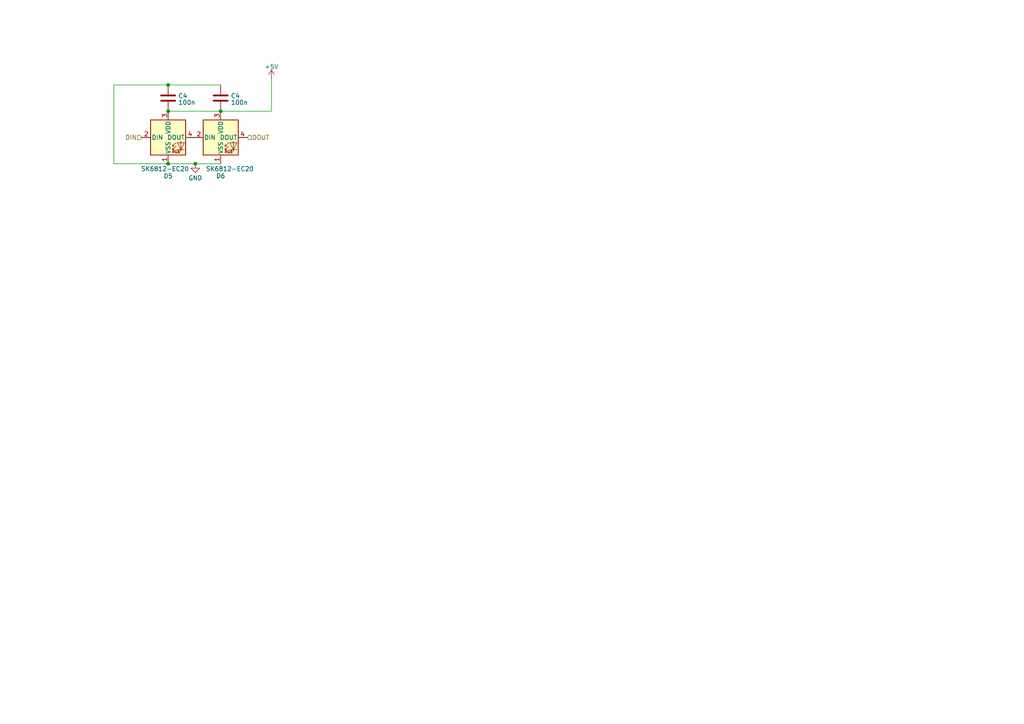
<source format=kicad_sch>
(kicad_sch (version 20230121) (generator eeschema)

  (uuid fc2cd1df-e36f-4807-ae4b-7d0c448890c9)

  (paper "A4")

  (lib_symbols
    (symbol "Device:C" (pin_numbers hide) (pin_names (offset 0.254)) (in_bom yes) (on_board yes)
      (property "Reference" "C" (at 0.635 2.54 0)
        (effects (font (size 1.27 1.27)) (justify left))
      )
      (property "Value" "C" (at 0.635 -2.54 0)
        (effects (font (size 1.27 1.27)) (justify left))
      )
      (property "Footprint" "" (at 0.9652 -3.81 0)
        (effects (font (size 1.27 1.27)) hide)
      )
      (property "Datasheet" "~" (at 0 0 0)
        (effects (font (size 1.27 1.27)) hide)
      )
      (property "ki_keywords" "cap capacitor" (at 0 0 0)
        (effects (font (size 1.27 1.27)) hide)
      )
      (property "ki_description" "Unpolarized capacitor" (at 0 0 0)
        (effects (font (size 1.27 1.27)) hide)
      )
      (property "ki_fp_filters" "C_*" (at 0 0 0)
        (effects (font (size 1.27 1.27)) hide)
      )
      (symbol "C_0_1"
        (polyline
          (pts
            (xy -2.032 -0.762)
            (xy 2.032 -0.762)
          )
          (stroke (width 0.508) (type default))
          (fill (type none))
        )
        (polyline
          (pts
            (xy -2.032 0.762)
            (xy 2.032 0.762)
          )
          (stroke (width 0.508) (type default))
          (fill (type none))
        )
      )
      (symbol "C_1_1"
        (pin passive line (at 0 3.81 270) (length 2.794)
          (name "~" (effects (font (size 1.27 1.27))))
          (number "1" (effects (font (size 1.27 1.27))))
        )
        (pin passive line (at 0 -3.81 90) (length 2.794)
          (name "~" (effects (font (size 1.27 1.27))))
          (number "2" (effects (font (size 1.27 1.27))))
        )
      )
    )
    (symbol "mapacr:SK6812-EC20" (pin_names (offset 0.254)) (in_bom yes) (on_board yes)
      (property "Reference" "D" (at 5.08 5.715 0)
        (effects (font (size 1.27 1.27)) (justify right bottom))
      )
      (property "Value" "SK6812-EC20" (at 1.27 -5.715 0)
        (effects (font (size 1.27 1.27)) (justify left top))
      )
      (property "Footprint" "mapacr:LED_SK6812-EC20" (at 1.27 -7.62 0)
        (effects (font (size 1.27 1.27)) (justify left top) hide)
      )
      (property "Datasheet" "https://datasheet.lcsc.com/lcsc/2110250930_OPSCO-Optoelectronics-SK6812-EC20_C2909058.pdf" (at 2.54 -9.525 0)
        (effects (font (size 1.27 1.27)) (justify left top) hide)
      )
      (property "JLCPCB_PART" "C2909058" (at 8.89 -12.7 0)
        (effects (font (size 1.27 1.27)))
      )
      (property "ki_keywords" "RGB LED NeoPixel addressable" (at 0 0 0)
        (effects (font (size 1.27 1.27)) hide)
      )
      (property "ki_description" "RGB LED with integrated controller" (at 0 0 0)
        (effects (font (size 1.27 1.27)) hide)
      )
      (property "ki_fp_filters" "LED*WS2812*PLCC*5.0x5.0mm*P3.2mm*" (at 0 0 0)
        (effects (font (size 1.27 1.27)) hide)
      )
      (symbol "SK6812-EC20_0_0"
        (text "RGB" (at 2.286 -4.191 0)
          (effects (font (size 0.762 0.762)))
        )
      )
      (symbol "SK6812-EC20_0_1"
        (rectangle (start -5.08 5.08) (end 5.08 -5.08)
          (stroke (width 0.254) (type default))
          (fill (type background))
        )
        (polyline
          (pts
            (xy 1.27 -3.556)
            (xy 1.778 -3.556)
          )
          (stroke (width 0) (type default))
          (fill (type none))
        )
        (polyline
          (pts
            (xy 1.27 -2.54)
            (xy 1.778 -2.54)
          )
          (stroke (width 0) (type default))
          (fill (type none))
        )
        (polyline
          (pts
            (xy 4.699 -3.556)
            (xy 2.667 -3.556)
          )
          (stroke (width 0) (type default))
          (fill (type none))
        )
        (polyline
          (pts
            (xy 2.286 -2.54)
            (xy 1.27 -3.556)
            (xy 1.27 -3.048)
          )
          (stroke (width 0) (type default))
          (fill (type none))
        )
        (polyline
          (pts
            (xy 2.286 -1.524)
            (xy 1.27 -2.54)
            (xy 1.27 -2.032)
          )
          (stroke (width 0) (type default))
          (fill (type none))
        )
        (polyline
          (pts
            (xy 3.683 -1.016)
            (xy 3.683 -3.556)
            (xy 3.683 -4.064)
          )
          (stroke (width 0) (type default))
          (fill (type none))
        )
        (polyline
          (pts
            (xy 4.699 -1.524)
            (xy 2.667 -1.524)
            (xy 3.683 -3.556)
            (xy 4.699 -1.524)
          )
          (stroke (width 0) (type default))
          (fill (type none))
        )
      )
      (symbol "SK6812-EC20_1_1"
        (pin power_in line (at 0 -7.62 90) (length 2.54)
          (name "VSS" (effects (font (size 1.27 1.27))))
          (number "1" (effects (font (size 1.27 1.27))))
        )
        (pin input line (at -7.62 0 0) (length 2.54)
          (name "DIN" (effects (font (size 1.27 1.27))))
          (number "2" (effects (font (size 1.27 1.27))))
        )
        (pin power_in line (at 0 7.62 270) (length 2.54)
          (name "VDD" (effects (font (size 1.27 1.27))))
          (number "3" (effects (font (size 1.27 1.27))))
        )
        (pin output line (at 7.62 0 180) (length 2.54)
          (name "DOUT" (effects (font (size 1.27 1.27))))
          (number "4" (effects (font (size 1.27 1.27))))
        )
      )
    )
    (symbol "power:+5V" (power) (pin_names (offset 0)) (in_bom yes) (on_board yes)
      (property "Reference" "#PWR" (at 0 -3.81 0)
        (effects (font (size 1.27 1.27)) hide)
      )
      (property "Value" "+5V" (at 0 3.556 0)
        (effects (font (size 1.27 1.27)))
      )
      (property "Footprint" "" (at 0 0 0)
        (effects (font (size 1.27 1.27)) hide)
      )
      (property "Datasheet" "" (at 0 0 0)
        (effects (font (size 1.27 1.27)) hide)
      )
      (property "ki_keywords" "global power" (at 0 0 0)
        (effects (font (size 1.27 1.27)) hide)
      )
      (property "ki_description" "Power symbol creates a global label with name \"+5V\"" (at 0 0 0)
        (effects (font (size 1.27 1.27)) hide)
      )
      (symbol "+5V_0_1"
        (polyline
          (pts
            (xy -0.762 1.27)
            (xy 0 2.54)
          )
          (stroke (width 0) (type default))
          (fill (type none))
        )
        (polyline
          (pts
            (xy 0 0)
            (xy 0 2.54)
          )
          (stroke (width 0) (type default))
          (fill (type none))
        )
        (polyline
          (pts
            (xy 0 2.54)
            (xy 0.762 1.27)
          )
          (stroke (width 0) (type default))
          (fill (type none))
        )
      )
      (symbol "+5V_1_1"
        (pin power_in line (at 0 0 90) (length 0) hide
          (name "+5V" (effects (font (size 1.27 1.27))))
          (number "1" (effects (font (size 1.27 1.27))))
        )
      )
    )
    (symbol "power:GND" (power) (pin_names (offset 0)) (in_bom yes) (on_board yes)
      (property "Reference" "#PWR" (at 0 -6.35 0)
        (effects (font (size 1.27 1.27)) hide)
      )
      (property "Value" "GND" (at 0 -3.81 0)
        (effects (font (size 1.27 1.27)))
      )
      (property "Footprint" "" (at 0 0 0)
        (effects (font (size 1.27 1.27)) hide)
      )
      (property "Datasheet" "" (at 0 0 0)
        (effects (font (size 1.27 1.27)) hide)
      )
      (property "ki_keywords" "global power" (at 0 0 0)
        (effects (font (size 1.27 1.27)) hide)
      )
      (property "ki_description" "Power symbol creates a global label with name \"GND\" , ground" (at 0 0 0)
        (effects (font (size 1.27 1.27)) hide)
      )
      (symbol "GND_0_1"
        (polyline
          (pts
            (xy 0 0)
            (xy 0 -1.27)
            (xy 1.27 -1.27)
            (xy 0 -2.54)
            (xy -1.27 -1.27)
            (xy 0 -1.27)
          )
          (stroke (width 0) (type default))
          (fill (type none))
        )
      )
      (symbol "GND_1_1"
        (pin power_in line (at 0 0 270) (length 0) hide
          (name "GND" (effects (font (size 1.27 1.27))))
          (number "1" (effects (font (size 1.27 1.27))))
        )
      )
    )
  )

  (junction (at 48.768 32.258) (diameter 0) (color 0 0 0 0)
    (uuid 0e0d0f87-1147-4077-801d-8d0a8950de0c)
  )
  (junction (at 64.008 32.258) (diameter 0) (color 0 0 0 0)
    (uuid 2a565454-1ab7-4c8d-aa17-2ea395b9b6f8)
  )
  (junction (at 48.768 24.638) (diameter 0) (color 0 0 0 0)
    (uuid 89d24908-4a28-4b95-9c52-cd148475524a)
  )
  (junction (at 48.768 47.498) (diameter 0) (color 0 0 0 0)
    (uuid 9edcb6c8-308f-427d-a93c-bff447b38ec9)
  )
  (junction (at 56.642 47.498) (diameter 0) (color 0 0 0 0)
    (uuid e9f3b0f5-9867-40c8-b979-1d8e01b13a19)
  )

  (wire (pts (xy 48.768 32.258) (xy 64.008 32.258))
    (stroke (width 0) (type default))
    (uuid 00781681-e762-4b1d-9303-96aaa376aaa9)
  )
  (wire (pts (xy 48.768 47.498) (xy 56.642 47.498))
    (stroke (width 0) (type default))
    (uuid 0736b016-7e3c-43df-8527-24592d8576e9)
  )
  (wire (pts (xy 33.02 47.498) (xy 48.768 47.498))
    (stroke (width 0) (type default))
    (uuid 2b650af5-724e-4d99-b47b-ba12f9c4897f)
  )
  (wire (pts (xy 78.74 32.258) (xy 64.008 32.258))
    (stroke (width 0) (type default))
    (uuid 88ed05fe-cd91-4fea-9fab-22239fa3e47c)
  )
  (wire (pts (xy 33.02 24.638) (xy 33.02 47.498))
    (stroke (width 0) (type default))
    (uuid 9d4fbc08-d6de-489a-a43b-8e9cb0b7d4fc)
  )
  (wire (pts (xy 56.642 47.498) (xy 64.008 47.498))
    (stroke (width 0) (type default))
    (uuid b8205a7d-3d71-4555-b69a-1f2f16937597)
  )
  (wire (pts (xy 78.74 22.86) (xy 78.74 32.258))
    (stroke (width 0) (type default))
    (uuid b8bf9b44-54d6-48bb-989e-1ea711ce3baa)
  )
  (wire (pts (xy 33.02 24.638) (xy 48.768 24.638))
    (stroke (width 0) (type default))
    (uuid e3c02558-01ca-4c20-af35-6af5f7f6967f)
  )
  (wire (pts (xy 64.008 24.638) (xy 48.768 24.638))
    (stroke (width 0) (type default))
    (uuid f1d57b2b-a6a7-464a-b3eb-280b1efecaf3)
  )

  (hierarchical_label "DOUT" (shape input) (at 71.628 39.878 0) (fields_autoplaced)
    (effects (font (size 1.27 1.27)) (justify left))
    (uuid 22389b86-f216-4bc1-9608-2fdddde354ac)
  )
  (hierarchical_label "DIN" (shape input) (at 41.148 39.878 180) (fields_autoplaced)
    (effects (font (size 1.27 1.27)) (justify right))
    (uuid b13fc63f-bbd5-4d11-8912-cfa7ca07ae73)
  )

  (symbol (lib_id "Device:C") (at 64.008 28.448 0) (unit 1)
    (in_bom yes) (on_board yes) (dnp no) (fields_autoplaced)
    (uuid 084882d0-3530-4e6a-84e1-5b460691e668)
    (property "Reference" "C4" (at 66.929 27.8043 0)
      (effects (font (size 1.27 1.27)) (justify left))
    )
    (property "Value" "100n" (at 66.929 29.7253 0)
      (effects (font (size 1.27 1.27)) (justify left))
    )
    (property "Footprint" "Capacitor_SMD:C_0603_1608Metric" (at 64.9732 32.258 0)
      (effects (font (size 1.27 1.27)) hide)
    )
    (property "Datasheet" "~" (at 64.008 28.448 0)
      (effects (font (size 1.27 1.27)) hide)
    )
    (property "JLCPCB_PART" "C14663" (at 64.008 28.448 0)
      (effects (font (size 1.27 1.27)) hide)
    )
    (pin "1" (uuid e9265f18-5947-4129-8ff5-2e6268550a32))
    (pin "2" (uuid 5c49d6d3-94ba-4e4a-8854-ba55c2950e33))
    (instances
      (project "mapacr_budget"
        (path "/71b974b8-1ba1-4062-b002-6a1a7fefb29b"
          (reference "C4") (unit 1)
        )
        (path "/71b974b8-1ba1-4062-b002-6a1a7fefb29b/f52dec1b-c982-41db-b30e-ceff01a37811"
          (reference "C41") (unit 1)
        )
        (path "/71b974b8-1ba1-4062-b002-6a1a7fefb29b/402cd8cc-f516-424c-85a0-522f37d43c49"
          (reference "C42") (unit 1)
        )
        (path "/71b974b8-1ba1-4062-b002-6a1a7fefb29b/406a379a-0026-4462-a438-13893326d56e"
          (reference "C43") (unit 1)
        )
        (path "/71b974b8-1ba1-4062-b002-6a1a7fefb29b/61e8544f-1984-44ab-b3c9-02e9f2cb8537"
          (reference "C44") (unit 1)
        )
        (path "/71b974b8-1ba1-4062-b002-6a1a7fefb29b/45742699-6e65-4de0-9a9f-deffae99a3e2"
          (reference "C45") (unit 1)
        )
        (path "/71b974b8-1ba1-4062-b002-6a1a7fefb29b/fd207ae8-3562-48d7-a269-49069aa87ee2"
          (reference "C46") (unit 1)
        )
        (path "/71b974b8-1ba1-4062-b002-6a1a7fefb29b/efb310ba-6218-4192-a0b7-3542a75ac5f7"
          (reference "C47") (unit 1)
        )
        (path "/71b974b8-1ba1-4062-b002-6a1a7fefb29b/9ae854d1-0d72-426c-85fa-670aa3eaa4e9"
          (reference "C48") (unit 1)
        )
        (path "/71b974b8-1ba1-4062-b002-6a1a7fefb29b/4d9fab85-4e20-4961-b776-60f98c0c1888"
          (reference "C49") (unit 1)
        )
        (path "/71b974b8-1ba1-4062-b002-6a1a7fefb29b/78103047-5bab-49fc-ab7a-b39956314c55"
          (reference "C50") (unit 1)
        )
        (path "/71b974b8-1ba1-4062-b002-6a1a7fefb29b/a38402cb-9eb1-4ce2-b590-8b6430ce29c2"
          (reference "C54") (unit 1)
        )
        (path "/71b974b8-1ba1-4062-b002-6a1a7fefb29b/2e8695bb-4c34-48a9-84ee-ec0f63d398a7"
          (reference "C58") (unit 1)
        )
        (path "/71b974b8-1ba1-4062-b002-6a1a7fefb29b/bd1a698d-6dcf-46f3-96f5-78f3abe20996"
          (reference "C62") (unit 1)
        )
        (path "/71b974b8-1ba1-4062-b002-6a1a7fefb29b/d92e38d4-b839-483c-918e-0c1e5ec556a2"
          (reference "C66") (unit 1)
        )
        (path "/71b974b8-1ba1-4062-b002-6a1a7fefb29b/9ac13b8b-e4d7-40cd-ad8c-81a27565fc73"
          (reference "C70") (unit 1)
        )
        (path "/71b974b8-1ba1-4062-b002-6a1a7fefb29b/afec423d-9fa0-4543-93cb-c92967a72181"
          (reference "C74") (unit 1)
        )
        (path "/71b974b8-1ba1-4062-b002-6a1a7fefb29b/c59d52a5-9cf2-4713-b9fb-c22002698fe6"
          (reference "C78") (unit 1)
        )
        (path "/71b974b8-1ba1-4062-b002-6a1a7fefb29b/e6de5ed8-47b0-4eea-80cc-ec626dc5d314"
          (reference "C82") (unit 1)
        )
      )
      (project "mapacr_controller"
        (path "/c2c1ed0a-c892-43f8-b0d8-e01dd6d47873"
          (reference "C4") (unit 1)
        )
      )
    )
  )

  (symbol (lib_id "Device:C") (at 48.768 28.448 0) (unit 1)
    (in_bom yes) (on_board yes) (dnp no) (fields_autoplaced)
    (uuid 43ae5bb5-fb78-45da-aec3-b48be7c689ed)
    (property "Reference" "C4" (at 51.689 27.8043 0)
      (effects (font (size 1.27 1.27)) (justify left))
    )
    (property "Value" "100n" (at 51.689 29.7253 0)
      (effects (font (size 1.27 1.27)) (justify left))
    )
    (property "Footprint" "Capacitor_SMD:C_0603_1608Metric" (at 49.7332 32.258 0)
      (effects (font (size 1.27 1.27)) hide)
    )
    (property "Datasheet" "~" (at 48.768 28.448 0)
      (effects (font (size 1.27 1.27)) hide)
    )
    (property "JLCPCB_PART" "C14663" (at 48.768 28.448 0)
      (effects (font (size 1.27 1.27)) hide)
    )
    (pin "1" (uuid f2748e88-fcfe-4c60-a7ea-9c6d3e99ddb7))
    (pin "2" (uuid fa0237d5-25b3-4be4-a38d-2b3f3b04cb72))
    (instances
      (project "mapacr_budget"
        (path "/71b974b8-1ba1-4062-b002-6a1a7fefb29b"
          (reference "C4") (unit 1)
        )
        (path "/71b974b8-1ba1-4062-b002-6a1a7fefb29b/f52dec1b-c982-41db-b30e-ceff01a37811"
          (reference "C31") (unit 1)
        )
        (path "/71b974b8-1ba1-4062-b002-6a1a7fefb29b/402cd8cc-f516-424c-85a0-522f37d43c49"
          (reference "C32") (unit 1)
        )
        (path "/71b974b8-1ba1-4062-b002-6a1a7fefb29b/406a379a-0026-4462-a438-13893326d56e"
          (reference "C33") (unit 1)
        )
        (path "/71b974b8-1ba1-4062-b002-6a1a7fefb29b/61e8544f-1984-44ab-b3c9-02e9f2cb8537"
          (reference "C34") (unit 1)
        )
        (path "/71b974b8-1ba1-4062-b002-6a1a7fefb29b/45742699-6e65-4de0-9a9f-deffae99a3e2"
          (reference "C35") (unit 1)
        )
        (path "/71b974b8-1ba1-4062-b002-6a1a7fefb29b/fd207ae8-3562-48d7-a269-49069aa87ee2"
          (reference "C36") (unit 1)
        )
        (path "/71b974b8-1ba1-4062-b002-6a1a7fefb29b/efb310ba-6218-4192-a0b7-3542a75ac5f7"
          (reference "C37") (unit 1)
        )
        (path "/71b974b8-1ba1-4062-b002-6a1a7fefb29b/9ae854d1-0d72-426c-85fa-670aa3eaa4e9"
          (reference "C38") (unit 1)
        )
        (path "/71b974b8-1ba1-4062-b002-6a1a7fefb29b/4d9fab85-4e20-4961-b776-60f98c0c1888"
          (reference "C39") (unit 1)
        )
        (path "/71b974b8-1ba1-4062-b002-6a1a7fefb29b/78103047-5bab-49fc-ab7a-b39956314c55"
          (reference "C40") (unit 1)
        )
        (path "/71b974b8-1ba1-4062-b002-6a1a7fefb29b/a38402cb-9eb1-4ce2-b590-8b6430ce29c2"
          (reference "C53") (unit 1)
        )
        (path "/71b974b8-1ba1-4062-b002-6a1a7fefb29b/2e8695bb-4c34-48a9-84ee-ec0f63d398a7"
          (reference "C57") (unit 1)
        )
        (path "/71b974b8-1ba1-4062-b002-6a1a7fefb29b/bd1a698d-6dcf-46f3-96f5-78f3abe20996"
          (reference "C61") (unit 1)
        )
        (path "/71b974b8-1ba1-4062-b002-6a1a7fefb29b/d92e38d4-b839-483c-918e-0c1e5ec556a2"
          (reference "C65") (unit 1)
        )
        (path "/71b974b8-1ba1-4062-b002-6a1a7fefb29b/9ac13b8b-e4d7-40cd-ad8c-81a27565fc73"
          (reference "C69") (unit 1)
        )
        (path "/71b974b8-1ba1-4062-b002-6a1a7fefb29b/afec423d-9fa0-4543-93cb-c92967a72181"
          (reference "C73") (unit 1)
        )
        (path "/71b974b8-1ba1-4062-b002-6a1a7fefb29b/c59d52a5-9cf2-4713-b9fb-c22002698fe6"
          (reference "C77") (unit 1)
        )
        (path "/71b974b8-1ba1-4062-b002-6a1a7fefb29b/e6de5ed8-47b0-4eea-80cc-ec626dc5d314"
          (reference "C81") (unit 1)
        )
      )
      (project "mapacr_controller"
        (path "/c2c1ed0a-c892-43f8-b0d8-e01dd6d47873"
          (reference "C4") (unit 1)
        )
      )
    )
  )

  (symbol (lib_id "mapacr:SK6812-EC20") (at 48.768 39.878 0) (unit 1)
    (in_bom yes) (on_board yes) (dnp no)
    (uuid 64da0c76-797b-4bd7-a0ee-f9f64314bdd9)
    (property "Reference" "D5" (at 48.768 51.054 0)
      (effects (font (size 1.27 1.27)))
    )
    (property "Value" "SK6812-EC20" (at 40.894 48.26 0)
      (effects (font (size 1.27 1.27)) (justify left top))
    )
    (property "Footprint" "mapacr:LED_SK6812-EC20" (at 50.038 47.498 0)
      (effects (font (size 1.27 1.27)) (justify left top) hide)
    )
    (property "Datasheet" "https://datasheet.lcsc.com/lcsc/2110250930_OPSCO-Optoelectronics-SK6812-EC20_C2909058.pdf" (at 51.308 49.403 0)
      (effects (font (size 1.27 1.27)) (justify left top) hide)
    )
    (property "JLCPCB_PART" "C2909058" (at 57.658 52.578 0)
      (effects (font (size 1.27 1.27)) hide)
    )
    (pin "1" (uuid 8c4cffb4-2e51-4fac-8279-a23a85b92cd5))
    (pin "2" (uuid d7b36675-fbef-4639-9cca-a147a330cfd5))
    (pin "3" (uuid 35d4a677-ab84-430e-8332-69105d60ed02))
    (pin "4" (uuid 4466f55c-5928-4200-a7fe-a071e1fc63f2))
    (instances
      (project "mapacr_budget"
        (path "/71b974b8-1ba1-4062-b002-6a1a7fefb29b/a38402cb-9eb1-4ce2-b590-8b6430ce29c2"
          (reference "D5") (unit 1)
        )
        (path "/71b974b8-1ba1-4062-b002-6a1a7fefb29b/2e8695bb-4c34-48a9-84ee-ec0f63d398a7"
          (reference "D31") (unit 1)
        )
        (path "/71b974b8-1ba1-4062-b002-6a1a7fefb29b/bd1a698d-6dcf-46f3-96f5-78f3abe20996"
          (reference "D58") (unit 1)
        )
        (path "/71b974b8-1ba1-4062-b002-6a1a7fefb29b/d92e38d4-b839-483c-918e-0c1e5ec556a2"
          (reference "D65") (unit 1)
        )
        (path "/71b974b8-1ba1-4062-b002-6a1a7fefb29b/9ac13b8b-e4d7-40cd-ad8c-81a27565fc73"
          (reference "D97") (unit 1)
        )
        (path "/71b974b8-1ba1-4062-b002-6a1a7fefb29b/afec423d-9fa0-4543-93cb-c92967a72181"
          (reference "D145") (unit 1)
        )
        (path "/71b974b8-1ba1-4062-b002-6a1a7fefb29b/c59d52a5-9cf2-4713-b9fb-c22002698fe6"
          (reference "D181") (unit 1)
        )
        (path "/71b974b8-1ba1-4062-b002-6a1a7fefb29b/e6de5ed8-47b0-4eea-80cc-ec626dc5d314"
          (reference "D196") (unit 1)
        )
      )
    )
  )

  (symbol (lib_id "power:+5V") (at 78.74 22.86 0) (unit 1)
    (in_bom yes) (on_board yes) (dnp no) (fields_autoplaced)
    (uuid 78d64ace-ed65-489d-a049-36c3d14e7107)
    (property "Reference" "#PWR03" (at 78.74 26.67 0)
      (effects (font (size 1.27 1.27)) hide)
    )
    (property "Value" "+5V" (at 78.74 19.3581 0)
      (effects (font (size 1.27 1.27)))
    )
    (property "Footprint" "" (at 78.74 22.86 0)
      (effects (font (size 1.27 1.27)) hide)
    )
    (property "Datasheet" "" (at 78.74 22.86 0)
      (effects (font (size 1.27 1.27)) hide)
    )
    (pin "1" (uuid 2b549add-2f16-4628-a7af-30b927f1966e))
    (instances
      (project "mapacr_budget"
        (path "/71b974b8-1ba1-4062-b002-6a1a7fefb29b/a38402cb-9eb1-4ce2-b590-8b6430ce29c2"
          (reference "#PWR03") (unit 1)
        )
        (path "/71b974b8-1ba1-4062-b002-6a1a7fefb29b/2e8695bb-4c34-48a9-84ee-ec0f63d398a7"
          (reference "#PWR09") (unit 1)
        )
        (path "/71b974b8-1ba1-4062-b002-6a1a7fefb29b/bd1a698d-6dcf-46f3-96f5-78f3abe20996"
          (reference "#PWR017") (unit 1)
        )
        (path "/71b974b8-1ba1-4062-b002-6a1a7fefb29b/d92e38d4-b839-483c-918e-0c1e5ec556a2"
          (reference "#PWR023") (unit 1)
        )
        (path "/71b974b8-1ba1-4062-b002-6a1a7fefb29b/9ac13b8b-e4d7-40cd-ad8c-81a27565fc73"
          (reference "#PWR035") (unit 1)
        )
        (path "/71b974b8-1ba1-4062-b002-6a1a7fefb29b/afec423d-9fa0-4543-93cb-c92967a72181"
          (reference "#PWR053") (unit 1)
        )
        (path "/71b974b8-1ba1-4062-b002-6a1a7fefb29b/c59d52a5-9cf2-4713-b9fb-c22002698fe6"
          (reference "#PWR067") (unit 1)
        )
        (path "/71b974b8-1ba1-4062-b002-6a1a7fefb29b/e6de5ed8-47b0-4eea-80cc-ec626dc5d314"
          (reference "#PWR075") (unit 1)
        )
      )
    )
  )

  (symbol (lib_id "power:GND") (at 56.642 47.498 0) (unit 1)
    (in_bom yes) (on_board yes) (dnp no) (fields_autoplaced)
    (uuid 8168a053-d54b-45c2-bae4-2d92270ed2a4)
    (property "Reference" "#PWR04" (at 56.642 53.848 0)
      (effects (font (size 1.27 1.27)) hide)
    )
    (property "Value" "GND" (at 56.642 51.6335 0)
      (effects (font (size 1.27 1.27)))
    )
    (property "Footprint" "" (at 56.642 47.498 0)
      (effects (font (size 1.27 1.27)) hide)
    )
    (property "Datasheet" "" (at 56.642 47.498 0)
      (effects (font (size 1.27 1.27)) hide)
    )
    (pin "1" (uuid 0de81cbf-85d5-45b3-9c75-eee0a7d9ccdd))
    (instances
      (project "mapacr_budget"
        (path "/71b974b8-1ba1-4062-b002-6a1a7fefb29b/a38402cb-9eb1-4ce2-b590-8b6430ce29c2"
          (reference "#PWR04") (unit 1)
        )
        (path "/71b974b8-1ba1-4062-b002-6a1a7fefb29b/2e8695bb-4c34-48a9-84ee-ec0f63d398a7"
          (reference "#PWR010") (unit 1)
        )
        (path "/71b974b8-1ba1-4062-b002-6a1a7fefb29b/bd1a698d-6dcf-46f3-96f5-78f3abe20996"
          (reference "#PWR018") (unit 1)
        )
        (path "/71b974b8-1ba1-4062-b002-6a1a7fefb29b/d92e38d4-b839-483c-918e-0c1e5ec556a2"
          (reference "#PWR024") (unit 1)
        )
        (path "/71b974b8-1ba1-4062-b002-6a1a7fefb29b/9ac13b8b-e4d7-40cd-ad8c-81a27565fc73"
          (reference "#PWR036") (unit 1)
        )
        (path "/71b974b8-1ba1-4062-b002-6a1a7fefb29b/afec423d-9fa0-4543-93cb-c92967a72181"
          (reference "#PWR054") (unit 1)
        )
        (path "/71b974b8-1ba1-4062-b002-6a1a7fefb29b/c59d52a5-9cf2-4713-b9fb-c22002698fe6"
          (reference "#PWR068") (unit 1)
        )
        (path "/71b974b8-1ba1-4062-b002-6a1a7fefb29b/e6de5ed8-47b0-4eea-80cc-ec626dc5d314"
          (reference "#PWR076") (unit 1)
        )
      )
    )
  )

  (symbol (lib_id "mapacr:SK6812-EC20") (at 64.008 39.878 0) (unit 1)
    (in_bom yes) (on_board yes) (dnp no)
    (uuid d930ac78-864f-41d4-b974-fdf4f24f59a9)
    (property "Reference" "D6" (at 64.008 51.054 0)
      (effects (font (size 1.27 1.27)))
    )
    (property "Value" "SK6812-EC20" (at 59.69 48.26 0)
      (effects (font (size 1.27 1.27)) (justify left top))
    )
    (property "Footprint" "mapacr:LED_SK6812-EC20" (at 65.278 47.498 0)
      (effects (font (size 1.27 1.27)) (justify left top) hide)
    )
    (property "Datasheet" "https://datasheet.lcsc.com/lcsc/2110250930_OPSCO-Optoelectronics-SK6812-EC20_C2909058.pdf" (at 66.548 49.403 0)
      (effects (font (size 1.27 1.27)) (justify left top) hide)
    )
    (property "JLCPCB_PART" "C2909058" (at 72.898 52.578 0)
      (effects (font (size 1.27 1.27)) hide)
    )
    (pin "1" (uuid 77850fba-1f1c-4ea1-802f-6c6579e4fbf3))
    (pin "2" (uuid da37643e-1461-4cca-b1dd-605082914128))
    (pin "3" (uuid 4925ea5a-f4ec-4fe3-b6b1-58486ce6ba93))
    (pin "4" (uuid d67d06d9-94f0-4a2b-bbcb-fdb554cbbc34))
    (instances
      (project "mapacr_budget"
        (path "/71b974b8-1ba1-4062-b002-6a1a7fefb29b/a38402cb-9eb1-4ce2-b590-8b6430ce29c2"
          (reference "D6") (unit 1)
        )
        (path "/71b974b8-1ba1-4062-b002-6a1a7fefb29b/2e8695bb-4c34-48a9-84ee-ec0f63d398a7"
          (reference "D32") (unit 1)
        )
        (path "/71b974b8-1ba1-4062-b002-6a1a7fefb29b/bd1a698d-6dcf-46f3-96f5-78f3abe20996"
          (reference "D59") (unit 1)
        )
        (path "/71b974b8-1ba1-4062-b002-6a1a7fefb29b/d92e38d4-b839-483c-918e-0c1e5ec556a2"
          (reference "D66") (unit 1)
        )
        (path "/71b974b8-1ba1-4062-b002-6a1a7fefb29b/9ac13b8b-e4d7-40cd-ad8c-81a27565fc73"
          (reference "D98") (unit 1)
        )
        (path "/71b974b8-1ba1-4062-b002-6a1a7fefb29b/afec423d-9fa0-4543-93cb-c92967a72181"
          (reference "D146") (unit 1)
        )
        (path "/71b974b8-1ba1-4062-b002-6a1a7fefb29b/c59d52a5-9cf2-4713-b9fb-c22002698fe6"
          (reference "D182") (unit 1)
        )
        (path "/71b974b8-1ba1-4062-b002-6a1a7fefb29b/e6de5ed8-47b0-4eea-80cc-ec626dc5d314"
          (reference "D197") (unit 1)
        )
      )
    )
  )
)

</source>
